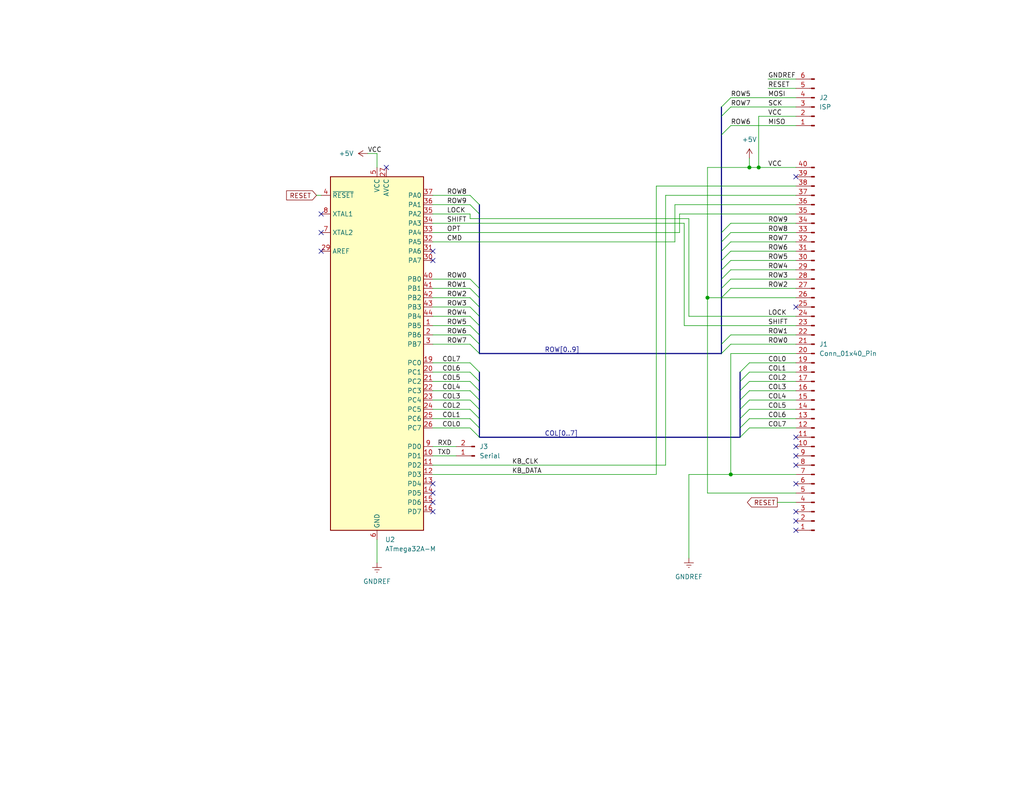
<source format=kicad_sch>
(kicad_sch (version 20230121) (generator eeschema)
  (paper "A")
  (lib_symbols
    (symbol "Connector:Conn_01x02_Pin" (pin_names (offset 1.016) hide)
      (property "Reference" "J" (at 0 2.54 0))
      (property "Value" "Conn_01x02_Pin" (at 0 -5.08 0))
      (symbol "Conn_01x02_Pin_1_1"
        (polyline (pts (xy 1.27 -2.54) (xy 0.8636 -2.54)) (stroke (width 0.1524)))
        (polyline (pts (xy 1.27 0) (xy 0.8636 0)) (stroke (width 0.1524)))
        (rectangle (start 0.8636 -2.413) (end 0 -2.667) (stroke (width 0.1524)) (fill (type outline)))
        (rectangle (start 0.8636 0.127) (end 0 -0.127) (stroke (width 0.1524)) (fill (type outline)))
        (pin passive line (at 5.08 0 180) (length 3.81) (name "Pin_1") (number "1"))
        (pin passive line (at 5.08 -2.54 180) (length 3.81) (name "Pin_2") (number "2"))
      )
    )
    (symbol "Connector:Conn_01x06_Pin" (pin_names (offset 1.016) hide)
      (property "Reference" "J" (at 0 7.62 0))
      (property "Value" "Conn_01x06_Pin" (at 0 -10.16 0))
      (symbol "Conn_01x06_Pin_1_1"
        (polyline (pts (xy 1.27 -7.62) (xy 0.8636 -7.62)) (stroke (width 0.1524)))
        (polyline (pts (xy 1.27 -5.08) (xy 0.8636 -5.08)) (stroke (width 0.1524)))
        (polyline (pts (xy 1.27 -2.54) (xy 0.8636 -2.54)) (stroke (width 0.1524)))
        (polyline (pts (xy 1.27 0) (xy 0.8636 0)) (stroke (width 0.1524)))
        (polyline (pts (xy 1.27 2.54) (xy 0.8636 2.54)) (stroke (width 0.1524)))
        (polyline (pts (xy 1.27 5.08) (xy 0.8636 5.08)) (stroke (width 0.1524)))
        (rectangle (start 0.8636 -7.493) (end 0 -7.747) (stroke (width 0.1524)) (fill (type outline)))
        (rectangle (start 0.8636 -4.953) (end 0 -5.207) (stroke (width 0.1524)) (fill (type outline)))
        (rectangle (start 0.8636 -2.413) (end 0 -2.667) (stroke (width 0.1524)) (fill (type outline)))
        (rectangle (start 0.8636 0.127) (end 0 -0.127) (stroke (width 0.1524)) (fill (type outline)))
        (rectangle (start 0.8636 2.667) (end 0 2.413) (stroke (width 0.1524)) (fill (type outline)))
        (rectangle (start 0.8636 5.207) (end 0 4.953) (stroke (width 0.1524)) (fill (type outline)))
        (pin passive line (at 5.08 5.08 180) (length 3.81) (name "Pin_1") (number "1"))
        (pin passive line (at 5.08 2.54 180) (length 3.81) (name "Pin_2") (number "2"))
        (pin passive line (at 5.08 0 180) (length 3.81) (name "Pin_3") (number "3"))
        (pin passive line (at 5.08 -2.54 180) (length 3.81) (name "Pin_4") (number "4"))
        (pin passive line (at 5.08 -5.08 180) (length 3.81) (name "Pin_5") (number "5"))
        (pin passive line (at 5.08 -7.62 180) (length 3.81) (name "Pin_6") (number "6"))
      )
    )
    (symbol "Connector:Conn_01x40_Pin" (pin_names (offset 1.016) hide)
      (property "Reference" "J" (at 0 50.8 0))
      (property "Value" "Conn_01x40_Pin" (at 0 -53.34 0))
      (symbol "Conn_01x40_Pin_1_1"
        (polyline (pts (xy 1.27 -50.8) (xy 0.8636 -50.8)) (stroke (width 0.1524)))
        (polyline (pts (xy 1.27 -48.26) (xy 0.8636 -48.26)) (stroke (width 0.1524)))
        (polyline (pts (xy 1.27 -45.72) (xy 0.8636 -45.72)) (stroke (width 0.1524)))
        (polyline (pts (xy 1.27 -43.18) (xy 0.8636 -43.18)) (stroke (width 0.1524)))
        (polyline (pts (xy 1.27 -40.64) (xy 0.8636 -40.64)) (stroke (width 0.1524)))
        (polyline (pts (xy 1.27 -38.1) (xy 0.8636 -38.1)) (stroke (width 0.1524)))
        (polyline (pts (xy 1.27 -35.56) (xy 0.8636 -35.56)) (stroke (width 0.1524)))
        (polyline (pts (xy 1.27 -33.02) (xy 0.8636 -33.02)) (stroke (width 0.1524)))
        (polyline (pts (xy 1.27 -30.48) (xy 0.8636 -30.48)) (stroke (width 0.1524)))
        (polyline (pts (xy 1.27 -27.94) (xy 0.8636 -27.94)) (stroke (width 0.1524)))
        (polyline (pts (xy 1.27 -25.4) (xy 0.8636 -25.4)) (stroke (width 0.1524)))
        (polyline (pts (xy 1.27 -22.86) (xy 0.8636 -22.86)) (stroke (width 0.1524)))
        (polyline (pts (xy 1.27 -20.32) (xy 0.8636 -20.32)) (stroke (width 0.1524)))
        (polyline (pts (xy 1.27 -17.78) (xy 0.8636 -17.78)) (stroke (width 0.1524)))
        (polyline (pts (xy 1.27 -15.24) (xy 0.8636 -15.24)) (stroke (width 0.1524)))
        (polyline (pts (xy 1.27 -12.7) (xy 0.8636 -12.7)) (stroke (width 0.1524)))
        (polyline (pts (xy 1.27 -10.16) (xy 0.8636 -10.16)) (stroke (width 0.1524)))
        (polyline (pts (xy 1.27 -7.62) (xy 0.8636 -7.62)) (stroke (width 0.1524)))
        (polyline (pts (xy 1.27 -5.08) (xy 0.8636 -5.08)) (stroke (width 0.1524)))
        (polyline (pts (xy 1.27 -2.54) (xy 0.8636 -2.54)) (stroke (width 0.1524)))
        (polyline (pts (xy 1.27 0) (xy 0.8636 0)) (stroke (width 0.1524)))
        (polyline (pts (xy 1.27 2.54) (xy 0.8636 2.54)) (stroke (width 0.1524)))
        (polyline (pts (xy 1.27 5.08) (xy 0.8636 5.08)) (stroke (width 0.1524)))
        (polyline (pts (xy 1.27 7.62) (xy 0.8636 7.62)) (stroke (width 0.1524)))
        (polyline (pts (xy 1.27 10.16) (xy 0.8636 10.16)) (stroke (width 0.1524)))
        (polyline (pts (xy 1.27 12.7) (xy 0.8636 12.7)) (stroke (width 0.1524)))
        (polyline (pts (xy 1.27 15.24) (xy 0.8636 15.24)) (stroke (width 0.1524)))
        (polyline (pts (xy 1.27 17.78) (xy 0.8636 17.78)) (stroke (width 0.1524)))
        (polyline (pts (xy 1.27 20.32) (xy 0.8636 20.32)) (stroke (width 0.1524)))
        (polyline (pts (xy 1.27 22.86) (xy 0.8636 22.86)) (stroke (width 0.1524)))
        (polyline (pts (xy 1.27 25.4) (xy 0.8636 25.4)) (stroke (width 0.1524)))
        (polyline (pts (xy 1.27 27.94) (xy 0.8636 27.94)) (stroke (width 0.1524)))
        (polyline (pts (xy 1.27 30.48) (xy 0.8636 30.48)) (stroke (width 0.1524)))
        (polyline (pts (xy 1.27 33.02) (xy 0.8636 33.02)) (stroke (width 0.1524)))
        (polyline (pts (xy 1.27 35.56) (xy 0.8636 35.56)) (stroke (width 0.1524)))
        (polyline (pts (xy 1.27 38.1) (xy 0.8636 38.1)) (stroke (width 0.1524)))
        (polyline (pts (xy 1.27 40.64) (xy 0.8636 40.64)) (stroke (width 0.1524)))
        (polyline (pts (xy 1.27 43.18) (xy 0.8636 43.18)) (stroke (width 0.1524)))
        (polyline (pts (xy 1.27 45.72) (xy 0.8636 45.72)) (stroke (width 0.1524)))
        (polyline (pts (xy 1.27 48.26) (xy 0.8636 48.26)) (stroke (width 0.1524)))
        (rectangle (start 0.8636 -50.673) (end 0 -50.927) (stroke (width 0.1524)) (fill (type outline)))
        (rectangle (start 0.8636 -48.133) (end 0 -48.387) (stroke (width 0.1524)) (fill (type outline)))
        (rectangle (start 0.8636 -45.593) (end 0 -45.847) (stroke (width 0.1524)) (fill (type outline)))
        (rectangle (start 0.8636 -43.053) (end 0 -43.307) (stroke (width 0.1524)) (fill (type outline)))
        (rectangle (start 0.8636 -40.513) (end 0 -40.767) (stroke (width 0.1524)) (fill (type outline)))
        (rectangle (start 0.8636 -37.973) (end 0 -38.227) (stroke (width 0.1524)) (fill (type outline)))
        (rectangle (start 0.8636 -35.433) (end 0 -35.687) (stroke (width 0.1524)) (fill (type outline)))
        (rectangle (start 0.8636 -32.893) (end 0 -33.147) (stroke (width 0.1524)) (fill (type outline)))
        (rectangle (start 0.8636 -30.353) (end 0 -30.607) (stroke (width 0.1524)) (fill (type outline)))
        (rectangle (start 0.8636 -27.813) (end 0 -28.067) (stroke (width 0.1524)) (fill (type outline)))
        (rectangle (start 0.8636 -25.273) (end 0 -25.527) (stroke (width 0.1524)) (fill (type outline)))
        (rectangle (start 0.8636 -22.733) (end 0 -22.987) (stroke (width 0.1524)) (fill (type outline)))
        (rectangle (start 0.8636 -20.193) (end 0 -20.447) (stroke (width 0.1524)) (fill (type outline)))
        (rectangle (start 0.8636 -17.653) (end 0 -17.907) (stroke (width 0.1524)) (fill (type outline)))
        (rectangle (start 0.8636 -15.113) (end 0 -15.367) (stroke (width 0.1524)) (fill (type outline)))
        (rectangle (start 0.8636 -12.573) (end 0 -12.827) (stroke (width 0.1524)) (fill (type outline)))
        (rectangle (start 0.8636 -10.033) (end 0 -10.287) (stroke (width 0.1524)) (fill (type outline)))
        (rectangle (start 0.8636 -7.493) (end 0 -7.747) (stroke (width 0.1524)) (fill (type outline)))
        (rectangle (start 0.8636 -4.953) (end 0 -5.207) (stroke (width 0.1524)) (fill (type outline)))
        (rectangle (start 0.8636 -2.413) (end 0 -2.667) (stroke (width 0.1524)) (fill (type outline)))
        (rectangle (start 0.8636 0.127) (end 0 -0.127) (stroke (width 0.1524)) (fill (type outline)))
        (rectangle (start 0.8636 2.667) (end 0 2.413) (stroke (width 0.1524)) (fill (type outline)))
        (rectangle (start 0.8636 5.207) (end 0 4.953) (stroke (width 0.1524)) (fill (type outline)))
        (rectangle (start 0.8636 7.747) (end 0 7.493) (stroke (width 0.1524)) (fill (type outline)))
        (rectangle (start 0.8636 10.287) (end 0 10.033) (stroke (width 0.1524)) (fill (type outline)))
        (rectangle (start 0.8636 12.827) (end 0 12.573) (stroke (width 0.1524)) (fill (type outline)))
        (rectangle (start 0.8636 15.367) (end 0 15.113) (stroke (width 0.1524)) (fill (type outline)))
        (rectangle (start 0.8636 17.907) (end 0 17.653) (stroke (width 0.1524)) (fill (type outline)))
        (rectangle (start 0.8636 20.447) (end 0 20.193) (stroke (width 0.1524)) (fill (type outline)))
        (rectangle (start 0.8636 22.987) (end 0 22.733) (stroke (width 0.1524)) (fill (type outline)))
        (rectangle (start 0.8636 25.527) (end 0 25.273) (stroke (width 0.1524)) (fill (type outline)))
        (rectangle (start 0.8636 28.067) (end 0 27.813) (stroke (width 0.1524)) (fill (type outline)))
        (rectangle (start 0.8636 30.607) (end 0 30.353) (stroke (width 0.1524)) (fill (type outline)))
        (rectangle (start 0.8636 33.147) (end 0 32.893) (stroke (width 0.1524)) (fill (type outline)))
        (rectangle (start 0.8636 35.687) (end 0 35.433) (stroke (width 0.1524)) (fill (type outline)))
        (rectangle (start 0.8636 38.227) (end 0 37.973) (stroke (width 0.1524)) (fill (type outline)))
        (rectangle (start 0.8636 40.767) (end 0 40.513) (stroke (width 0.1524)) (fill (type outline)))
        (rectangle (start 0.8636 43.307) (end 0 43.053) (stroke (width 0.1524)) (fill (type outline)))
        (rectangle (start 0.8636 45.847) (end 0 45.593) (stroke (width 0.1524)) (fill (type outline)))
        (rectangle (start 0.8636 48.387) (end 0 48.133) (stroke (width 0.1524)) (fill (type outline)))
        (pin passive line (at 5.08 48.26 180) (length 3.81) (name "Pin_1") (number "1"))
        (pin passive line (at 5.08 25.4 180) (length 3.81) (name "Pin_10") (number "10"))
        (pin passive line (at 5.08 22.86 180) (length 3.81) (name "Pin_11") (number "11"))
        (pin passive line (at 5.08 20.32 180) (length 3.81) (name "Pin_12") (number "12"))
        (pin passive line (at 5.08 17.78 180) (length 3.81) (name "Pin_13") (number "13"))
        (pin passive line (at 5.08 15.24 180) (length 3.81) (name "Pin_14") (number "14"))
        (pin passive line (at 5.08 12.7 180) (length 3.81) (name "Pin_15") (number "15"))
        (pin passive line (at 5.08 10.16 180) (length 3.81) (name "Pin_16") (number "16"))
        (pin passive line (at 5.08 7.62 180) (length 3.81) (name "Pin_17") (number "17"))
        (pin passive line (at 5.08 5.08 180) (length 3.81) (name "Pin_18") (number "18"))
        (pin passive line (at 5.08 2.54 180) (length 3.81) (name "Pin_19") (number "19"))
        (pin passive line (at 5.08 45.72 180) (length 3.81) (name "Pin_2") (number "2"))
        (pin passive line (at 5.08 0 180) (length 3.81) (name "Pin_20") (number "20"))
        (pin passive line (at 5.08 -2.54 180) (length 3.81) (name "Pin_21") (number "21"))
        (pin passive line (at 5.08 -5.08 180) (length 3.81) (name "Pin_22") (number "22"))
        (pin passive line (at 5.08 -7.62 180) (length 3.81) (name "Pin_23") (number "23"))
        (pin passive line (at 5.08 -10.16 180) (length 3.81) (name "Pin_24") (number "24"))
        (pin passive line (at 5.08 -12.7 180) (length 3.81) (name "Pin_25") (number "25"))
        (pin passive line (at 5.08 -15.24 180) (length 3.81) (name "Pin_26") (number "26"))
        (pin passive line (at 5.08 -17.78 180) (length 3.81) (name "Pin_27") (number "27"))
        (pin passive line (at 5.08 -20.32 180) (length 3.81) (name "Pin_28") (number "28"))
        (pin passive line (at 5.08 -22.86 180) (length 3.81) (name "Pin_29") (number "29"))
        (pin passive line (at 5.08 43.18 180) (length 3.81) (name "Pin_3") (number "3"))
        (pin passive line (at 5.08 -25.4 180) (length 3.81) (name "Pin_30") (number "30"))
        (pin passive line (at 5.08 -27.94 180) (length 3.81) (name "Pin_31") (number "31"))
        (pin passive line (at 5.08 -30.48 180) (length 3.81) (name "Pin_32") (number "32"))
        (pin passive line (at 5.08 -33.02 180) (length 3.81) (name "Pin_33") (number "33"))
        (pin passive line (at 5.08 -35.56 180) (length 3.81) (name "Pin_34") (number "34"))
        (pin passive line (at 5.08 -38.1 180) (length 3.81) (name "Pin_35") (number "35"))
        (pin passive line (at 5.08 -40.64 180) (length 3.81) (name "Pin_36") (number "36"))
        (pin passive line (at 5.08 -43.18 180) (length 3.81) (name "Pin_37") (number "37"))
        (pin passive line (at 5.08 -45.72 180) (length 3.81) (name "Pin_38") (number "38"))
        (pin passive line (at 5.08 -48.26 180) (length 3.81) (name "Pin_39") (number "39"))
        (pin passive line (at 5.08 40.64 180) (length 3.81) (name "Pin_4") (number "4"))
        (pin passive line (at 5.08 -50.8 180) (length 3.81) (name "Pin_40") (number "40"))
        (pin passive line (at 5.08 38.1 180) (length 3.81) (name "Pin_5") (number "5"))
        (pin passive line (at 5.08 35.56 180) (length 3.81) (name "Pin_6") (number "6"))
        (pin passive line (at 5.08 33.02 180) (length 3.81) (name "Pin_7") (number "7"))
        (pin passive line (at 5.08 30.48 180) (length 3.81) (name "Pin_8") (number "8"))
        (pin passive line (at 5.08 27.94 180) (length 3.81) (name "Pin_9") (number "9"))
      )
    )
    (symbol "MCU_Microchip_ATmega:ATmega32A-M"
      (property "Reference" "U" (at -12.7 49.53 0))
      (property "Value" "ATmega32A-M" (at 2.54 -49.53 0))
      (symbol "ATmega32A-M_0_1"
        (rectangle (start -12.7 -48.26) (end 12.7 48.26) (stroke (width 0.254)) (fill (type background)))
      )
      (symbol "ATmega32A-M_1_1"
        (pin bidirectional line (at 15.24 7.62 180) (length 2.54) (name "PB5") (number "1"))
        (pin bidirectional line (at 15.24 -27.94 180) (length 2.54) (name "PD1") (number "10"))
        (pin bidirectional line (at 15.24 -30.48 180) (length 2.54) (name "PD2") (number "11"))
        (pin bidirectional line (at 15.24 -33.02 180) (length 2.54) (name "PD3") (number "12"))
        (pin bidirectional line (at 15.24 -35.56 180) (length 2.54) (name "PD4") (number "13"))
        (pin bidirectional line (at 15.24 -38.1 180) (length 2.54) (name "PD5") (number "14"))
        (pin bidirectional line (at 15.24 -40.64 180) (length 2.54) (name "PD6") (number "15"))
        (pin bidirectional line (at 15.24 -43.18 180) (length 2.54) (name "PD7") (number "16"))
        (pin passive line (at 0 50.8 270) (length 2.54) hide (name "VCC") (number "17"))
        (pin passive line (at 0 -50.8 90) (length 2.54) hide (name "GND") (number "18"))
        (pin bidirectional line (at 15.24 -2.54 180) (length 2.54) (name "PC0") (number "19"))
        (pin bidirectional line (at 15.24 5.08 180) (length 2.54) (name "PB6") (number "2"))
        (pin bidirectional line (at 15.24 -5.08 180) (length 2.54) (name "PC1") (number "20"))
        (pin bidirectional line (at 15.24 -7.62 180) (length 2.54) (name "PC2") (number "21"))
        (pin bidirectional line (at 15.24 -10.16 180) (length 2.54) (name "PC3") (number "22"))
        (pin bidirectional line (at 15.24 -12.7 180) (length 2.54) (name "PC4") (number "23"))
        (pin bidirectional line (at 15.24 -15.24 180) (length 2.54) (name "PC5") (number "24"))
        (pin bidirectional line (at 15.24 -17.78 180) (length 2.54) (name "PC6") (number "25"))
        (pin bidirectional line (at 15.24 -20.32 180) (length 2.54) (name "PC7") (number "26"))
        (pin power_in line (at 2.54 50.8 270) (length 2.54) (name "AVCC") (number "27"))
        (pin passive line (at 0 -50.8 90) (length 2.54) hide (name "GND") (number "28"))
        (pin passive line (at -15.24 27.94 0) (length 2.54) (name "AREF") (number "29"))
        (pin bidirectional line (at 15.24 2.54 180) (length 2.54) (name "PB7") (number "3"))
        (pin bidirectional line (at 15.24 25.4 180) (length 2.54) (name "PA7") (number "30"))
        (pin bidirectional line (at 15.24 27.94 180) (length 2.54) (name "PA6") (number "31"))
        (pin bidirectional line (at 15.24 30.48 180) (length 2.54) (name "PA5") (number "32"))
        (pin bidirectional line (at 15.24 33.02 180) (length 2.54) (name "PA4") (number "33"))
        (pin bidirectional line (at 15.24 35.56 180) (length 2.54) (name "PA3") (number "34"))
        (pin bidirectional line (at 15.24 38.1 180) (length 2.54) (name "PA2") (number "35"))
        (pin bidirectional line (at 15.24 40.64 180) (length 2.54) (name "PA1") (number "36"))
        (pin bidirectional line (at 15.24 43.18 180) (length 2.54) (name "PA0") (number "37"))
        (pin passive line (at 0 50.8 270) (length 2.54) hide (name "VCC") (number "38"))
        (pin passive line (at 0 -50.8 90) (length 2.54) hide (name "GND") (number "39"))
        (pin input line (at -15.24 43.18 0) (length 2.54) (name "~{RESET}") (number "4"))
        (pin bidirectional line (at 15.24 20.32 180) (length 2.54) (name "PB0") (number "40"))
        (pin bidirectional line (at 15.24 17.78 180) (length 2.54) (name "PB1") (number "41"))
        (pin bidirectional line (at 15.24 15.24 180) (length 2.54) (name "PB2") (number "42"))
        (pin bidirectional line (at 15.24 12.7 180) (length 2.54) (name "PB3") (number "43"))
        (pin bidirectional line (at 15.24 10.16 180) (length 2.54) (name "PB4") (number "44"))
        (pin passive line (at 0 -50.8 90) (length 2.54) hide (name "GND") (number "45"))
        (pin power_in line (at 0 50.8 270) (length 2.54) (name "VCC") (number "5"))
        (pin power_in line (at 0 -50.8 90) (length 2.54) (name "GND") (number "6"))
        (pin output line (at -15.24 33.02 0) (length 2.54) (name "XTAL2") (number "7"))
        (pin input line (at -15.24 38.1 0) (length 2.54) (name "XTAL1") (number "8"))
        (pin bidirectional line (at 15.24 -25.4 180) (length 2.54) (name "PD0") (number "9"))
      )
    )
    (symbol "power:+5V" (power) (pin_names (offset 0))
      (property "Value" "+5V" (at 0 3.556 0))
      (symbol "+5V_0_1"
        (polyline (pts (xy -0.762 1.27) (xy 0 2.54)))
        (polyline (pts (xy 0 0) (xy 0 2.54)))
        (polyline (pts (xy 0 2.54) (xy 0.762 1.27)))
      )
      (symbol "+5V_1_1"
        (pin power_in line (at 0 0 90) (length 0) hide (name "+5V") (number "1"))
      )
    )
    (symbol "power:GNDREF" (power) (pin_names (offset 0))
      (property "Value" "GNDREF" (at 0 -3.81 0))
      (symbol "GNDREF_0_1"
        (polyline (pts (xy -0.635 -1.905) (xy 0.635 -1.905)))
        (polyline (pts (xy -0.127 -2.54) (xy 0.127 -2.54)))
        (polyline (pts (xy 0 -1.27) (xy 0 0)))
        (polyline (pts (xy 1.27 -1.27) (xy -1.27 -1.27)))
      )
      (symbol "GNDREF_1_1"
        (pin power_in line (at 0 0 270) (length 0) hide (name "GNDREF") (number "1"))
      )
    )
  )
  (junction (at 204.47 45.72))
  (junction (at 207.01 45.72))
  (junction (at 193.04 81.28))
  (junction (at 199.39 129.54))
  (no_connect (at 217.17 144.78))
  (no_connect (at 118.11 137.16))
  (no_connect (at 118.11 132.08))
  (no_connect (at 217.17 121.92))
  (no_connect (at 217.17 83.82))
  (no_connect (at 217.17 142.24))
  (no_connect (at 217.17 132.08))
  (no_connect (at 118.11 139.7))
  (no_connect (at 87.63 58.42))
  (no_connect (at 87.63 63.5))
  (no_connect (at 118.11 71.12))
  (no_connect (at 217.17 119.38))
  (no_connect (at 87.63 68.58))
  (no_connect (at 217.17 139.7))
  (no_connect (at 105.41 45.72))
  (no_connect (at 118.11 134.62))
  (no_connect (at 217.17 48.26))
  (no_connect (at 217.17 124.46))
  (no_connect (at 217.17 127))
  (no_connect (at 118.11 68.58))
  (bus_entry (at 196.85 36.83) (size 2.54 -2.54))
  (bus_entry (at 130.81 104.14) (size -2.54 -2.54))
  (bus_entry (at 196.85 29.21) (size 2.54 -2.54))
  (bus_entry (at 196.85 66.04) (size 2.54 -2.54))
  (bus_entry (at 128.27 86.36) (size 2.54 2.54))
  (bus_entry (at 196.85 73.66) (size 2.54 -2.54))
  (bus_entry (at 128.27 81.28) (size 2.54 2.54))
  (bus_entry (at 130.81 106.68) (size -2.54 -2.54))
  (bus_entry (at 196.85 31.75) (size 2.54 -2.54))
  (bus_entry (at 130.81 114.3) (size -2.54 -2.54))
  (bus_entry (at 201.93 109.22) (size 2.54 -2.54))
  (bus_entry (at 128.27 76.2) (size 2.54 2.54))
  (bus_entry (at 196.85 76.2) (size 2.54 -2.54))
  (bus_entry (at 130.81 119.38) (size -2.54 -2.54))
  (bus_entry (at 196.85 63.5) (size 2.54 -2.54))
  (bus_entry (at 128.27 78.74) (size 2.54 2.54))
  (bus_entry (at 130.81 109.22) (size -2.54 -2.54))
  (bus_entry (at 128.27 91.44) (size 2.54 2.54))
  (bus_entry (at 130.81 116.84) (size -2.54 -2.54))
  (bus_entry (at 201.93 114.3) (size 2.54 -2.54))
  (bus_entry (at 128.27 88.9) (size 2.54 2.54))
  (bus_entry (at 196.85 78.74) (size 2.54 -2.54))
  (bus_entry (at 196.85 96.52) (size 2.54 -2.54))
  (bus_entry (at 130.81 101.6) (size -2.54 -2.54))
  (bus_entry (at 201.93 106.68) (size 2.54 -2.54))
  (bus_entry (at 130.81 111.76) (size -2.54 -2.54))
  (bus_entry (at 201.93 104.14) (size 2.54 -2.54))
  (bus_entry (at 128.27 93.98) (size 2.54 2.54))
  (bus_entry (at 128.27 53.34) (size 2.54 2.54))
  (bus_entry (at 196.85 81.28) (size 2.54 -2.54))
  (bus_entry (at 201.93 119.38) (size 2.54 -2.54))
  (bus_entry (at 196.85 93.98) (size 2.54 -2.54))
  (bus_entry (at 196.85 68.58) (size 2.54 -2.54))
  (bus_entry (at 128.27 55.88) (size 2.54 2.54))
  (bus_entry (at 201.93 101.6) (size 2.54 -2.54))
  (bus_entry (at 128.27 83.82) (size 2.54 2.54))
  (bus_entry (at 201.93 116.84) (size 2.54 -2.54))
  (bus_entry (at 201.93 111.76) (size 2.54 -2.54))
  (bus_entry (at 196.85 71.12) (size 2.54 -2.54))
  (wire (pts (xy 118.11 63.5) (xy 185.42 63.5)))
  (wire (pts (xy 118.11 66.04) (xy 184.15 66.04)))
  (wire (pts (xy 118.11 104.14) (xy 128.27 104.14)))
  (wire (pts (xy 199.39 29.21) (xy 217.17 29.21)))
  (wire (pts (xy 193.04 45.72) (xy 204.47 45.72)))
  (wire (pts (xy 207.01 45.72) (xy 217.17 45.72)))
  (bus (pts (xy 130.81 88.9) (xy 130.81 91.44)))
  (bus (pts (xy 130.81 96.52) (xy 196.85 96.52)))
  (wire (pts (xy 199.39 73.66) (xy 217.17 73.66)))
  (bus (pts (xy 196.85 81.28) (xy 196.85 93.98)))
  (wire (pts (xy 118.11 60.96) (xy 186.69 60.96)))
  (wire (pts (xy 209.55 21.59) (xy 217.17 21.59)))
  (bus (pts (xy 201.93 106.68) (xy 201.93 109.22)))
  (bus (pts (xy 130.81 109.22) (xy 130.81 111.76)))
  (wire (pts (xy 199.39 93.98) (xy 217.17 93.98)))
  (bus (pts (xy 130.81 106.68) (xy 130.81 109.22)))
  (wire (pts (xy 118.11 88.9) (xy 128.27 88.9)))
  (wire (pts (xy 199.39 68.58) (xy 217.17 68.58)))
  (wire (pts (xy 118.11 99.06) (xy 128.27 99.06)))
  (bus (pts (xy 130.81 119.38) (xy 201.93 119.38)))
  (wire (pts (xy 207.01 31.75) (xy 207.01 45.72)))
  (bus (pts (xy 201.93 111.76) (xy 201.93 114.3)))
  (wire (pts (xy 118.11 109.22) (xy 128.27 109.22)))
  (wire (pts (xy 102.87 41.91) (xy 102.87 45.72)))
  (wire (pts (xy 185.42 63.5) (xy 185.42 58.42)))
  (bus (pts (xy 130.81 116.84) (xy 130.81 119.38)))
  (wire (pts (xy 118.11 86.36) (xy 128.27 86.36)))
  (bus (pts (xy 201.93 109.22) (xy 201.93 111.76)))
  (wire (pts (xy 128.27 59.69) (xy 187.96 59.69)))
  (wire (pts (xy 118.11 111.76) (xy 128.27 111.76)))
  (wire (pts (xy 184.15 66.04) (xy 184.15 55.88)))
  (bus (pts (xy 130.81 101.6) (xy 130.81 104.14)))
  (wire (pts (xy 199.39 78.74) (xy 217.17 78.74)))
  (wire (pts (xy 118.11 124.46) (xy 124.46 124.46)))
  (bus (pts (xy 130.81 91.44) (xy 130.81 93.98)))
  (wire (pts (xy 86.36 53.34) (xy 87.63 53.34)))
  (wire (pts (xy 118.11 91.44) (xy 128.27 91.44)))
  (wire (pts (xy 118.11 53.34) (xy 128.27 53.34)))
  (bus (pts (xy 201.93 104.14) (xy 201.93 106.68)))
  (bus (pts (xy 130.81 55.88) (xy 130.81 58.42)))
  (wire (pts (xy 181.61 53.34) (xy 217.17 53.34)))
  (wire (pts (xy 181.61 127) (xy 181.61 53.34)))
  (bus (pts (xy 130.81 86.36) (xy 130.81 88.9)))
  (bus (pts (xy 196.85 31.75) (xy 196.85 36.83)))
  (wire (pts (xy 199.39 60.96) (xy 217.17 60.96)))
  (wire (pts (xy 204.47 109.22) (xy 217.17 109.22)))
  (wire (pts (xy 212.09 137.16) (xy 217.17 137.16)))
  (wire (pts (xy 118.11 78.74) (xy 128.27 78.74)))
  (wire (pts (xy 199.39 91.44) (xy 217.17 91.44)))
  (bus (pts (xy 196.85 71.12) (xy 196.85 73.66)))
  (wire (pts (xy 199.39 26.67) (xy 217.17 26.67)))
  (wire (pts (xy 193.04 81.28) (xy 196.85 81.28)))
  (wire (pts (xy 187.96 129.54) (xy 199.39 129.54)))
  (bus (pts (xy 201.93 101.6) (xy 201.93 104.14)))
  (wire (pts (xy 185.42 58.42) (xy 217.17 58.42)))
  (bus (pts (xy 196.85 63.5) (xy 196.85 66.04)))
  (wire (pts (xy 196.85 81.28) (xy 217.17 81.28)))
  (wire (pts (xy 118.11 114.3) (xy 128.27 114.3)))
  (wire (pts (xy 128.27 58.42) (xy 128.27 59.69)))
  (wire (pts (xy 204.47 106.68) (xy 217.17 106.68)))
  (bus (pts (xy 130.81 111.76) (xy 130.81 114.3)))
  (wire (pts (xy 179.07 50.8) (xy 179.07 129.54)))
  (wire (pts (xy 118.11 55.88) (xy 128.27 55.88)))
  (wire (pts (xy 118.11 93.98) (xy 128.27 93.98)))
  (bus (pts (xy 196.85 36.83) (xy 196.85 63.5)))
  (wire (pts (xy 118.11 127) (xy 181.61 127)))
  (wire (pts (xy 193.04 134.62) (xy 217.17 134.62)))
  (bus (pts (xy 130.81 78.74) (xy 130.81 81.28)))
  (wire (pts (xy 118.11 83.82) (xy 128.27 83.82)))
  (bus (pts (xy 201.93 114.3) (xy 201.93 116.84)))
  (bus (pts (xy 130.81 81.28) (xy 130.81 83.82)))
  (wire (pts (xy 217.17 24.13) (xy 209.55 24.13)))
  (bus (pts (xy 130.81 104.14) (xy 130.81 106.68)))
  (wire (pts (xy 187.96 59.69) (xy 187.96 86.36)))
  (bus (pts (xy 130.81 93.98) (xy 130.81 96.52)))
  (bus (pts (xy 130.81 114.3) (xy 130.81 116.84)))
  (wire (pts (xy 184.15 55.88) (xy 217.17 55.88)))
  (wire (pts (xy 118.11 129.54) (xy 179.07 129.54)))
  (wire (pts (xy 199.39 63.5) (xy 217.17 63.5)))
  (bus (pts (xy 130.81 83.82) (xy 130.81 86.36)))
  (wire (pts (xy 199.39 66.04) (xy 217.17 66.04)))
  (wire (pts (xy 204.47 43.18) (xy 204.47 45.72)))
  (wire (pts (xy 207.01 31.75) (xy 217.17 31.75)))
  (wire (pts (xy 199.39 71.12) (xy 217.17 71.12)))
  (wire (pts (xy 118.11 106.68) (xy 128.27 106.68)))
  (wire (pts (xy 199.39 129.54) (xy 217.17 129.54)))
  (wire (pts (xy 102.87 147.32) (xy 102.87 153.67)))
  (wire (pts (xy 187.96 86.36) (xy 217.17 86.36)))
  (wire (pts (xy 118.11 76.2) (xy 128.27 76.2)))
  (wire (pts (xy 186.69 88.9) (xy 217.17 88.9)))
  (wire (pts (xy 204.47 99.06) (xy 217.17 99.06)))
  (wire (pts (xy 204.47 101.6) (xy 217.17 101.6)))
  (wire (pts (xy 204.47 114.3) (xy 217.17 114.3)))
  (wire (pts (xy 187.96 129.54) (xy 187.96 152.4)))
  (wire (pts (xy 100.33 41.91) (xy 102.87 41.91)))
  (bus (pts (xy 196.85 93.98) (xy 196.85 96.52)))
  (wire (pts (xy 179.07 50.8) (xy 217.17 50.8)))
  (bus (pts (xy 196.85 78.74) (xy 196.85 81.28)))
  (wire (pts (xy 204.47 111.76) (xy 217.17 111.76)))
  (bus (pts (xy 196.85 73.66) (xy 196.85 76.2)))
  (wire (pts (xy 118.11 58.42) (xy 128.27 58.42)))
  (bus (pts (xy 196.85 68.58) (xy 196.85 71.12)))
  (wire (pts (xy 118.11 116.84) (xy 128.27 116.84)))
  (wire (pts (xy 118.11 101.6) (xy 128.27 101.6)))
  (wire (pts (xy 193.04 81.28) (xy 193.04 45.72)))
  (bus (pts (xy 201.93 116.84) (xy 201.93 119.38)))
  (wire (pts (xy 204.47 104.14) (xy 217.17 104.14)))
  (bus (pts (xy 196.85 76.2) (xy 196.85 78.74)))
  (bus (pts (xy 196.85 29.21) (xy 196.85 31.75)))
  (bus (pts (xy 130.81 58.42) (xy 130.81 78.74)))
  (wire (pts (xy 186.69 60.96) (xy 186.69 88.9)))
  (wire (pts (xy 204.47 45.72) (xy 207.01 45.72)))
  (wire (pts (xy 199.39 96.52) (xy 217.17 96.52)))
  (wire (pts (xy 118.11 121.92) (xy 124.46 121.92)))
  (wire (pts (xy 193.04 81.28) (xy 193.04 134.62)))
  (wire (pts (xy 118.11 81.28) (xy 128.27 81.28)))
  (wire (pts (xy 199.39 129.54) (xy 199.39 96.52)))
  (wire (pts (xy 199.39 34.29) (xy 217.17 34.29)))
  (bus (pts (xy 196.85 66.04) (xy 196.85 68.58)))
  (wire (pts (xy 199.39 76.2) (xy 217.17 76.2)))
  (wire (pts (xy 204.47 116.84) (xy 217.17 116.84)))
  (label "VCC" (at 209.55 45.72 0))
  (label "COL7" (at 209.55 116.84 0))
  (label "ROW6" (at 209.55 68.58 0))
  (label "COL3" (at 120.65 109.22 0))
  (label "COL4" (at 120.65 106.68 0))
  (label "COL1" (at 120.65 114.3 0))
  (label "VCC" (at 100.33 41.91 0))
  (label "ROW4" (at 121.92 86.36 0))
  (label "LOCK" (at 209.55 86.36 0))
  (label "ROW0" (at 121.92 76.2 0))
  (label "ROW9" (at 209.55 60.96 0))
  (label "ROW7" (at 199.39 29.21 0))
  (label "KB_DATA" (at 139.7 129.54 0))
  (label "SCK" (at 209.55 29.21 0))
  (label "RESET" (at 209.55 24.13 0))
  (label "GNDREF" (at 209.55 21.59 0))
  (label "ROW5" (at 199.39 26.67 0))
  (label "RXD" (at 119.38 121.92 0))
  (label "ROW5" (at 121.92 88.9 0))
  (label "ROW2" (at 209.55 78.74 0))
  (label "COL7" (at 120.65 99.06 0))
  (label "MISO" (at 209.55 34.29 0))
  (label "COL5" (at 209.55 111.76 0))
  (label "ROW3" (at 209.55 76.2 0))
  (label "COL0" (at 209.55 99.06 0))
  (label "COL4" (at 209.55 109.22 0))
  (label "OPT" (at 121.92 63.5 0))
  (label "ROW2" (at 121.92 81.28 0))
  (label "ROW7" (at 121.92 93.98 0))
  (label "COL6" (at 120.65 101.6 0))
  (label "ROW8" (at 121.92 53.34 0))
  (label "COL[0..7]" (at 148.59 119.38 0))
  (label "KB_CLK" (at 139.7 127 0))
  (label "COL5" (at 120.65 104.14 0))
  (label "ROW6" (at 121.92 91.44 0))
  (label "ROW0" (at 209.55 93.98 0))
  (label "ROW8" (at 209.55 63.5 0))
  (label "ROW5" (at 209.55 71.12 0))
  (label "SHIFT" (at 121.92 60.96 0))
  (label "ROW9" (at 121.92 55.88 0))
  (label "VCC" (at 209.55 31.75 0))
  (label "CMD" (at 121.92 66.04 0))
  (label "TXD" (at 119.38 124.46 0))
  (label "COL0" (at 120.65 116.84 0))
  (label "ROW[0..9]" (at 148.59 96.52 0))
  (label "COL3" (at 209.55 106.68 0))
  (label "COL1" (at 209.55 101.6 0))
  (label "MOSI" (at 209.55 26.67 0))
  (label "ROW4" (at 209.55 73.66 0))
  (label "COL2" (at 209.55 104.14 0))
  (label "ROW1" (at 121.92 78.74 0))
  (label "COL2" (at 120.65 111.76 0))
  (label "SHIFT" (at 209.55 88.9 0))
  (label "LOCK" (at 121.92 58.42 0))
  (label "ROW7" (at 209.55 66.04 0))
  (label "ROW3" (at 121.92 83.82 0))
  (label "ROW1" (at 209.55 91.44 0))
  (label "COL6" (at 209.55 114.3 0))
  (label "ROW6" (at 199.39 34.29 0))
  (global_label "RESET" (shape input) (at 86.36 53.34 180) (property "Intersheetrefs" "${INTERSHEET_REFS}" (effects hide)))
  (global_label "RESET" (shape output) (at 212.09 137.16 180) (property "Intersheetrefs" "${INTERSHEET_REFS}" (effects hide)))
  (symbol (lib_id "Connector:Conn_01x40_Pin") (at 222.25 96.52 180) (unit 1)
    (property "Reference" "J1" (at 223.52 93.98 0) (effects (justify right)))
    (property "Value" "Conn_01x40_Pin" (at 223.52 96.52 0) (effects (justify right)))
    (property "Footprint" "m0110a:Header_2.54_W15.24mm" (effects hide))
  )
  (symbol (lib_id "Connector:Conn_01x02_Pin") (at 129.54 124.46 180) (unit 1)
    (property "Reference" "J3" (at 130.81 121.92 0) (effects (justify right)))
    (property "Value" "Serial" (at 130.81 124.46 0) (effects (justify right)))
    (property "Footprint" "Connector_PinHeader_2.54mm:PinHeader_1x02_P2.54mm_Vertical" (effects hide))
  )
  (symbol (lib_id "power:+5V") (at 204.47 43.18 0) (unit 1)
    (property "Reference" "#PWR07" (effects hide))
    (property "Value" "+5V" (at 204.47 38.1 0))
  )
  (symbol (lib_id "power:GNDREF") (at 187.96 152.4 0) (unit 1)
    (property "Reference" "#PWR08" (effects hide))
    (property "Value" "GNDREF" (at 187.96 157.48 0))
  )
  (symbol (lib_id "power:+5V") (at 100.33 41.91 90) (unit 1)
    (property "Reference" "#PWR03" (effects hide))
    (property "Value" "+5V" (at 96.52 41.91 90) (effects (justify left)))
  )
  (symbol (lib_id "Connector:Conn_01x06_Pin") (at 222.25 29.21 180) (unit 1)
    (property "Reference" "J2" (at 223.52 26.67 0) (effects (justify right)))
    (property "Value" "ISP" (at 223.52 29.21 0) (effects (justify right)))
    (property "Footprint" "Connector_PinHeader_2.54mm:PinHeader_2x03_P2.54mm_Vertical" (effects hide))
  )
  (symbol (lib_id "power:GNDREF") (at 102.87 153.67 0) (unit 1)
    (property "Reference" "#PWR06" (effects hide))
    (property "Value" "GNDREF" (at 102.87 158.75 0))
  )
  (symbol (lib_id "MCU_Microchip_ATmega:ATmega32A-M") (at 102.87 96.52 0) (unit 1)
    (property "Reference" "U2" (at 105.0641 147.32 0) (effects (justify left)))
    (property "Value" "ATmega32A-M" (at 105.0641 149.86 0) (effects (justify left)))
    (property "Footprint" "Package_DFN_QFN:QFN-44-1EP_7x7mm_P0.5mm_EP5.2x5.2mm" (effects hide))
    (property "Datasheet" "http://ww1.microchip.com/downloads/en/DeviceDoc/atmel-8155-8-bit-microcontroller-avr-atmega32a_datasheet.pdf" (effects hide))
  )
)
</source>
